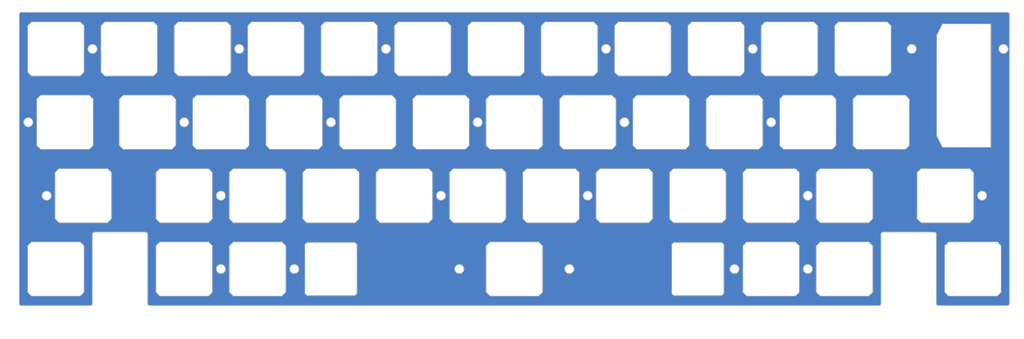
<source format=kicad_pcb>
(kicad_pcb (version 20221018) (generator pcbnew)
  (layers (0 "F.Cu" signal) (31 "B.Cu" signal) (34 "B.Paste" user) (35 "F.Paste" user) (36 "B.SilkS" user "B.Silkscreen") (37 "F.SilkS" user "F.Silkscreen") (38 "B.Mask" user) (39 "F.Mask" user) (44 "Edge.Cuts" user))
  (net 0 "")
  (net 1 "GND")
  (footprint "cipulot_parts:ecs_6U_space_stab" (layer "F.Cu") (at 146.05 91.28125)
    (fp_text reference "REF**")
    (fp_text value "Value " hide)
  )
  (footprint "cipulot_parts:ecs_plate_cut_1U" (layer "F.Cu") (at 26.9875 91.28125)
    (fp_text reference "REF**")
    (fp_text value "Value " hide)
    (fp_line (start -7.3 -6) (end -7.3 6) (stroke (width 0.12)) (layer "Edge.Cuts"))
    (fp_line (start -7.3 6) (end -6.3 7) (stroke (width 0.12)) (layer "Edge.Cuts"))
    (fp_line (start -6.3 -7) (end -7.3 -6) (stroke (width 0.12)) (layer "Edge.Cuts"))
    (fp_line (start -6.3 7) (end 6.3 7) (stroke (width 0.12)) (layer "Edge.Cuts"))
    (fp_line (start 6.3 -7) (end -6.3 -7) (stroke (width 0.12)) (layer "Edge.Cuts"))
    (fp_line (start 6.3 -7) (end 7.3 -6) (stroke (width 0.12)) (layer "Edge.Cuts"))
    (fp_line (start 6.3 7) (end 7.3 6) (stroke (width 0.12)) (layer "Edge.Cuts"))
    (fp_line (start 7.3 6) (end 7.3 -6) (stroke (width 0.12)) (layer "Edge.Cuts"))
  )
  (footprint "cipulot_parts:ecs_plate_cut_1U" (layer "F.Cu") (at 136.525 72.23125)
    (fp_text reference "REF**")
    (fp_text value "Value " hide)
    (fp_line (start -7.3 -6) (end -7.3 6) (stroke (width 0.12)) (layer "Edge.Cuts"))
    (fp_line (start -7.3 6) (end -6.3 7) (stroke (width 0.12)) (layer "Edge.Cuts"))
    (fp_line (start -6.3 -7) (end -7.3 -6) (stroke (width 0.12)) (layer "Edge.Cuts"))
    (fp_line (start -6.3 7) (end 6.3 7) (stroke (width 0.12)) (layer "Edge.Cuts"))
    (fp_line (start 6.3 -7) (end -6.3 -7) (stroke (width 0.12)) (layer "Edge.Cuts"))
    (fp_line (start 6.3 -7) (end 7.3 -6) (stroke (width 0.12)) (layer "Edge.Cuts"))
    (fp_line (start 6.3 7) (end 7.3 6) (stroke (width 0.12)) (layer "Edge.Cuts"))
    (fp_line (start 7.3 6) (end 7.3 -6) (stroke (width 0.12)) (layer "Edge.Cuts"))
  )
  (footprint "cipulot_parts:ecs_plate_cut_1U" (layer "F.Cu") (at 146.05 53.18125)
    (fp_text reference "REF**")
    (fp_text value "Value " hide)
    (fp_line (start -7.3 -6) (end -7.3 6) (stroke (width 0.12)) (layer "Edge.Cuts"))
    (fp_line (start -7.3 6) (end -6.3 7) (stroke (width 0.12)) (layer "Edge.Cuts"))
    (fp_line (start -6.3 -7) (end -7.3 -6) (stroke (width 0.12)) (layer "Edge.Cuts"))
    (fp_line (start -6.3 7) (end 6.3 7) (stroke (width 0.12)) (layer "Edge.Cuts"))
    (fp_line (start 6.3 -7) (end -6.3 -7) (stroke (width 0.12)) (layer "Edge.Cuts"))
    (fp_line (start 6.3 -7) (end 7.3 -6) (stroke (width 0.12)) (layer "Edge.Cuts"))
    (fp_line (start 6.3 7) (end 7.3 6) (stroke (width 0.12)) (layer "Edge.Cuts"))
    (fp_line (start 7.3 6) (end 7.3 -6) (stroke (width 0.12)) (layer "Edge.Cuts"))
  )
  (footprint "cipulot_parts:ecs_plate_cut_1U" (layer "F.Cu") (at 46.0375 34.13125)
    (fp_text reference "REF**")
    (fp_text value "Value " hide)
    (fp_line (start -7.3 -6) (end -7.3 6) (stroke (width 0.12)) (layer "Edge.Cuts"))
    (fp_line (start -7.3 6) (end -6.3 7) (stroke (width 0.12)) (layer "Edge.Cuts"))
    (fp_line (start -6.3 -7) (end -7.3 -6) (stroke (width 0.12)) (layer "Edge.Cuts"))
    (fp_line (start -6.3 7) (end 6.3 7) (stroke (width 0.12)) (layer "Edge.Cuts"))
    (fp_line (start 6.3 -7) (end -6.3 -7) (stroke (width 0.12)) (layer "Edge.Cuts"))
    (fp_line (start 6.3 -7) (end 7.3 -6) (stroke (width 0.12)) (layer "Edge.Cuts"))
    (fp_line (start 6.3 7) (end 7.3 6) (stroke (width 0.12)) (layer "Edge.Cuts"))
    (fp_line (start 7.3 6) (end 7.3 -6) (stroke (width 0.12)) (layer "Edge.Cuts"))
  )
  (footprint "cipulot_parts:ecs_plate_cut_1U" (layer "F.Cu") (at 79.375 72.23125)
    (fp_text reference "REF**")
    (fp_text value "Value " hide)
    (fp_line (start -7.3 -6) (end -7.3 6) (stroke (width 0.12)) (layer "Edge.Cuts"))
    (fp_line (start -7.3 6) (end -6.3 7) (stroke (width 0.12)) (layer "Edge.Cuts"))
    (fp_line (start -6.3 -7) (end -7.3 -6) (stroke (width 0.12)) (layer "Edge.Cuts"))
    (fp_line (start -6.3 7) (end 6.3 7) (stroke (width 0.12)) (layer "Edge.Cuts"))
    (fp_line (start 6.3 -7) (end -6.3 -7) (stroke (width 0.12)) (layer "Edge.Cuts"))
    (fp_line (start 6.3 -7) (end 7.3 -6) (stroke (width 0.12)) (layer "Edge.Cuts"))
    (fp_line (start 6.3 7) (end 7.3 6) (stroke (width 0.12)) (layer "Edge.Cuts"))
    (fp_line (start 7.3 6) (end 7.3 -6) (stroke (width 0.12)) (layer "Edge.Cuts"))
  )
  (footprint "cipulot_parts:ecs_plate_cut_1U" (layer "F.Cu") (at 88.9 53.18125)
    (fp_text reference "REF**")
    (fp_text value "Value " hide)
    (fp_line (start -7.3 -6) (end -7.3 6) (stroke (width 0.12)) (layer "Edge.Cuts"))
    (fp_line (start -7.3 6) (end -6.3 7) (stroke (width 0.12)) (layer "Edge.Cuts"))
    (fp_line (start -6.3 -7) (end -7.3 -6) (stroke (width 0.12)) (layer "Edge.Cuts"))
    (fp_line (start -6.3 7) (end 6.3 7) (stroke (width 0.12)) (layer "Edge.Cuts"))
    (fp_line (start 6.3 -7) (end -6.3 -7) (stroke (width 0.12)) (layer "Edge.Cuts"))
    (fp_line (start 6.3 -7) (end 7.3 -6) (stroke (width 0.12)) (layer "Edge.Cuts"))
    (fp_line (start 6.3 7) (end 7.3 6) (stroke (width 0.12)) (layer "Edge.Cuts"))
    (fp_line (start 7.3 6) (end 7.3 -6) (stroke (width 0.12)) (layer "Edge.Cuts"))
  )
  (footprint "cipulot_parts:ecs_plate_cut_1U" (layer "F.Cu") (at 231.775 91.28125)
    (fp_text reference "REF**")
    (fp_text value "Value " hide)
    (fp_line (start -7.3 -6) (end -7.3 6) (stroke (width 0.12)) (layer "Edge.Cuts"))
    (fp_line (start -7.3 6) (end -6.3 7) (stroke (width 0.12)) (layer "Edge.Cuts"))
    (fp_line (start -6.3 -7) (end -7.3 -6) (stroke (width 0.12)) (layer "Edge.Cuts"))
    (fp_line (start -6.3 7) (end 6.3 7) (stroke (width 0.12)) (layer "Edge.Cuts"))
    (fp_line (start 6.3 -7) (end -6.3 -7) (stroke (width 0.12)) (layer "Edge.Cuts"))
    (fp_line (start 6.3 -7) (end 7.3 -6) (stroke (width 0.12)) (layer "Edge.Cuts"))
    (fp_line (start 6.3 7) (end 7.3 6) (stroke (width 0.12)) (layer "Edge.Cuts"))
    (fp_line (start 7.3 6) (end 7.3 -6) (stroke (width 0.12)) (layer "Edge.Cuts"))
  )
  (footprint "cipulot_parts:ecs_plate_cut_1U" (layer "F.Cu") (at 127 53.18125)
    (fp_text reference "REF**")
    (fp_text value "Value " hide)
    (fp_line (start -7.3 -6) (end -7.3 6) (stroke (width 0.12)) (layer "Edge.Cuts"))
    (fp_line (start -7.3 6) (end -6.3 7) (stroke (width 0.12)) (layer "Edge.Cuts"))
    (fp_line (start -6.3 -7) (end -7.3 -6) (stroke (width 0.12)) (layer "Edge.Cuts"))
    (fp_line (start -6.3 7) (end 6.3 7) (stroke (width 0.12)) (layer "Edge.Cuts"))
    (fp_line (start 6.3 -7) (end -6.3 -7) (stroke (width 0.12)) (layer "Edge.Cuts"))
    (fp_line (start 6.3 -7) (end 7.3 -6) (stroke (width 0.12)) (layer "Edge.Cuts"))
    (fp_line (start 6.3 7) (end 7.3 6) (stroke (width 0.12)) (layer "Edge.Cuts"))
    (fp_line (start 7.3 6) (end 7.3 -6) (stroke (width 0.12)) (layer "Edge.Cuts"))
  )
  (footprint "cipulot_parts:ecs_plate_cut_1U" (layer "F.Cu") (at 198.4375 34.13125)
    (fp_text reference "REF**")
    (fp_text value "Value " hide)
    (fp_line (start -7.3 -6) (end -7.3 6) (stroke (width 0.12)) (layer "Edge.Cuts"))
    (fp_line (start -7.3 6) (end -6.3 7) (stroke (width 0.12)) (layer "Edge.Cuts"))
    (fp_line (start -6.3 -7) (end -7.3 -6) (stroke (width 0.12)) (layer "Edge.Cuts"))
    (fp_line (start -6.3 7) (end 6.3 7) (stroke (width 0.12)) (layer "Edge.Cuts"))
    (fp_line (start 6.3 -7) (end -6.3 -7) (stroke (width 0.12)) (layer "Edge.Cuts"))
    (fp_line (start 6.3 -7) (end 7.3 -6) (stroke (width 0.12)) (layer "Edge.Cuts"))
    (fp_line (start 6.3 7) (end 7.3 6) (stroke (width 0.12)) (layer "Edge.Cuts"))
    (fp_line (start 7.3 6) (end 7.3 -6) (stroke (width 0.12)) (layer "Edge.Cuts"))
  )
  (footprint "cipulot_parts:ecs_plate_cut_1U" (layer "F.Cu") (at 203.2 53.18125)
    (fp_text reference "REF**")
    (fp_text value "Value " hide)
    (fp_line (start -7.3 -6) (end -7.3 6) (stroke (width 0.12)) (layer "Edge.Cuts"))
    (fp_line (start -7.3 6) (end -6.3 7) (stroke (width 0.12)) (layer "Edge.Cuts"))
    (fp_line (start -6.3 -7) (end -7.3 -6) (stroke (width 0.12)) (layer "Edge.Cuts"))
    (fp_line (start -6.3 7) (end 6.3 7) (stroke (width 0.12)) (layer "Edge.Cuts"))
    (fp_line (start 6.3 -7) (end -6.3 -7) (stroke (width 0.12)) (layer "Edge.Cuts"))
    (fp_line (start 6.3 -7) (end 7.3 -6) (stroke (width 0.12)) (layer "Edge.Cuts"))
    (fp_line (start 6.3 7) (end 7.3 6) (stroke (width 0.12)) (layer "Edge.Cuts"))
    (fp_line (start 7.3 6) (end 7.3 -6) (stroke (width 0.12)) (layer "Edge.Cuts"))
  )
  (footprint "cipulot_parts:ecs_plate_cut_1U" (layer "F.Cu") (at 165.1 53.18125)
    (fp_text reference "REF**")
    (fp_text value "Value " hide)
    (fp_line (start -7.3 -6) (end -7.3 6) (stroke (width 0.12)) (layer "Edge.Cuts"))
    (fp_line (start -7.3 6) (end -6.3 7) (stroke (width 0.12)) (layer "Edge.Cuts"))
    (fp_line (start -6.3 -7) (end -7.3 -6) (stroke (width 0.12)) (layer "Edge.Cuts"))
    (fp_line (start -6.3 7) (end 6.3 7) (stroke (width 0.12)) (layer "Edge.Cuts"))
    (fp_line (start 6.3 -7) (end -6.3 -7) (stroke (width 0.12)) (layer "Edge.Cuts"))
    (fp_line (start 6.3 -7) (end 7.3 -6) (stroke (width 0.12)) (layer "Edge.Cuts"))
    (fp_line (start 6.3 7) (end 7.3 6) (stroke (width 0.12)) (layer "Edge.Cuts"))
    (fp_line (start 7.3 6) (end 7.3 -6) (stroke (width 0.12)) (layer "Edge.Cuts"))
  )
  (footprint "cipulot_parts:ecs_plate_cut_1U" (layer "F.Cu") (at 79.375 91.28125)
    (fp_text reference "REF**")
    (fp_text value "Value " hide)
    (fp_line (start -7.3 -6) (end -7.3 6) (stroke (width 0.12)) (layer "Edge.Cuts"))
    (fp_line (start -7.3 6) (end -6.3 7) (stroke (width 0.12)) (layer "Edge.Cuts"))
    (fp_line (start -6.3 -7) (end -7.3 -6) (stroke (width 0.12)) (layer "Edge.Cuts"))
    (fp_line (start -6.3 7) (end 6.3 7) (stroke (width 0.12)) (layer "Edge.Cuts"))
    (fp_line (start 6.3 -7) (end -6.3 -7) (stroke (width 0.12)) (layer "Edge.Cuts"))
    (fp_line (start 6.3 -7) (end 7.3 -6) (stroke (width 0.12)) (layer "Edge.Cuts"))
    (fp_line (start 6.3 7) (end 7.3 6) (stroke (width 0.12)) (layer "Edge.Cuts"))
    (fp_line (start 7.3 6) (end 7.3 -6) (stroke (width 0.12)) (layer "Edge.Cuts"))
  )
  (footprint "cipulot_parts:ecs_plate_cut_1U" (layer "F.Cu") (at 217.4875 34.13125)
    (fp_text reference "REF**")
    (fp_text value "Value " hide)
    (fp_line (start -7.3 -6) (end -7.3 6) (stroke (width 0.12)) (layer "Edge.Cuts"))
    (fp_line (start -7.3 6) (end -6.3 7) (stroke (width 0.12)) (layer "Edge.Cuts"))
    (fp_line (start -6.3 -7) (end -7.3 -6) (stroke (width 0.12)) (layer "Edge.Cuts"))
    (fp_line (start -6.3 7) (end 6.3 7) (stroke (width 0.12)) (layer "Edge.Cuts"))
    (fp_line (start 6.3 -7) (end -6.3 -7) (stroke (width 0.12)) (layer "Edge.Cuts"))
    (fp_line (start 6.3 -7) (end 7.3 -6) (stroke (width 0.12)) (layer "Edge.Cuts"))
    (fp_line (start 6.3 7) (end 7.3 6) (stroke (width 0.12)) (layer "Edge.Cuts"))
    (fp_line (start 7.3 6) (end 7.3 -6) (stroke (width 0.12)) (layer "Edge.Cuts"))
  )
  (footprint "cipulot_parts:ecs_plate_cut_1U" (layer "F.Cu") (at 212.725 91.28125)
    (fp_text reference "REF**")
    (fp_text value "Value " hide)
    (fp_line (start -7.3 -6) (end -7.3 6) (stroke (width 0.12)) (layer "Edge.Cuts"))
    (fp_line (start -7.3 6) (end -6.3 7) (stroke (width 0.12)) (layer "Edge.Cuts"))
    (fp_line (start -6.3 -7) (end -7.3 -6) (stroke (width 0.12)) (layer "Edge.Cuts"))
    (fp_line (start -6.3 7) (end 6.3 7) (stroke (width 0.12)) (layer "Edge.Cuts"))
    (fp_line (start 6.3 -7) (end -6.3 -7) (stroke (width 0.12)) (layer "Edge.Cuts"))
    (fp_line (start 6.3 -7) (end 7.3 -6) (stroke (width 0.12)) (layer "Edge.Cuts"))
    (fp_line (start 6.3 7) (end 7.3 6) (stroke (width 0.12)) (layer "Edge.Cuts"))
    (fp_line (start 7.3 6) (end 7.3 -6) (stroke (width 0.12)) (layer "Edge.Cuts"))
  )
  (footprint "cipulot_parts:ecs_plate_cut_1U" (layer "F.Cu") (at 117.475 72.23125)
    (fp_text reference "REF**")
    (fp_text value "Value " hide)
    (fp_line (start -7.3 -6) (end -7.3 6) (stroke (width 0.12)) (layer "Edge.Cuts"))
    (fp_line (start -7.3 6) (end -6.3 7) (stroke (width 0.12)) (layer "Edge.Cuts"))
    (fp_line (start -6.3 -7) (end -7.3 -6) (stroke (width 0.12)) (layer "Edge.Cuts"))
    (fp_line (start -6.3 7) (end 6.3 7) (stroke (width 0.12)) (layer "Edge.Cuts"))
    (fp_line (start 6.3 -7) (end -6.3 -7) (stroke (width 0.12)) (layer "Edge.Cuts"))
    (fp_line (start 6.3 -7) (end 7.3 -6) (stroke (width 0.12)) (layer "Edge.Cuts"))
    (fp_line (start 6.3 7) (end 7.3 6) (stroke (width 0.12)) (layer "Edge.Cuts"))
    (fp_line (start 7.3 6) (end 7.3 -6) (stroke (width 0.12)) (layer "Edge.Cuts"))
  )
  (footprint "cipulot_parts:ecs_plate_cut_1U" (layer "F.Cu") (at 84.137501 34.13125)
    (fp_text reference "REF**")
    (fp_text value "Value " hide)
    (fp_line (start -7.3 -6) (end -7.3 6) (stroke (width 0.12)) (layer "Edge.Cuts"))
    (fp_line (start -7.3 6) (end -6.3 7) (stroke (width 0.12)) (layer "Edge.Cuts"))
    (fp_line (start -6.3 -7) (end -7.3 -6) (stroke (width 0.12)) (layer "Edge.Cuts"))
    (fp_line (start -6.3 7) (end 6.3 7) (stroke (width 0.12)) (layer "Edge.Cuts"))
    (fp_line (start 6.3 -7) (end -6.3 -7) (stroke (width 0.12)) (layer "Edge.Cuts"))
    (fp_line (start 6.3 -7) (end 7.3 -6) (stroke (width 0.12)) (layer "Edge.Cuts"))
    (fp_line (start 6.3 7) (end 7.3 6) (stroke (width 0.12)) (layer "Edge.Cuts"))
    (fp_line (start 7.3 6) (end 7.3 -6) (stroke (width 0.12)) (layer "Edge.Cuts"))
  )
  (footprint "cipulot_parts:ecs_plate_cut_1U" (layer "F.Cu") (at 34.13125 72.23125)
    (fp_text reference "REF**")
    (fp_text value "Value " hide)
    (fp_line (start -7.3 -6) (end -7.3 6) (stroke (width 0.12)) (layer "Edge.Cuts"))
    (fp_line (start -7.3 6) (end -6.3 7) (stroke (width 0.12)) (layer "Edge.Cuts"))
    (fp_line (start -6.3 -7) (end -7.3 -6) (stroke (width 0.12)) (layer "Edge.Cuts"))
    (fp_line (start -6.3 7) (end 6.3 7) (stroke (width 0.12)) (layer "Edge.Cuts"))
    (fp_line (start 6.3 -7) (end -6.3 -7) (stroke (width 0.12)) (layer "Edge.Cuts"))
    (fp_line (start 6.3 -7) (end 7.3 -6) (stroke (width 0.12)) (layer "Edge.Cuts"))
    (fp_line (start 6.3 7) (end 7.3 6) (stroke (width 0.12)) (layer "Edge.Cuts"))
    (fp_line (start 7.3 6) (end 7.3 -6) (stroke (width 0.12)) (layer "Edge.Cuts"))
  )
  (footprint "cipulot_parts:ecs_plate_cut_1U" (layer "F.Cu") (at 155.575 72.23125)
    (fp_text reference "REF**")
    (fp_text value "Value " hide)
    (fp_line (start -7.3 -6) (end -7.3 6) (stroke (width 0.12)) (layer "Edge.Cuts"))
    (fp_line (start -7.3 6) (end -6.3 7) (stroke (width 0.12)) (layer "Edge.Cuts"))
    (fp_line (start -6.3 -7) (end -7.3 -6) (stroke (width 0.12)) (layer "Edge.Cuts"))
    (fp_line (start -6.3 7) (end 6.3 7) (stroke (width 0.12)) (layer "Edge.Cuts"))
    (fp_line (start 6.3 -7) (end -6.3 -7) (stroke (width 0.12)) (layer "Edge.Cuts"))
    (fp_line (start 6.3 -7) (end 7.3 -6) (stroke (width 0.12)) (layer "Edge.Cuts"))
    (fp_line (start 6.3 7) (end 7.3 6) (stroke (width 0.12)) (layer "Edge.Cuts"))
    (fp_line (start 7.3 6) (end 7.3 -6) (stroke (width 0.12)) (layer "Edge.Cuts"))
  )
  (footprint "cipulot_parts:ecs_plate_cut_1U" (layer "F.Cu") (at 60.325 72.23125)
    (fp_text reference "REF**")
    (fp_text value "Value " hide)
    (fp_line (start -7.3 -6) (end -7.3 6) (stroke (width 0.12)) (layer "Edge.Cuts"))
    (fp_line (start -7.3 6) (end -6.3 7) (stroke (width 0.12)) (layer "Edge.Cuts"))
    (fp_line (start -6.3 -7) (end -7.3 -6) (stroke (width 0.12)) (layer "Edge.Cuts"))
    (fp_line (start -6.3 7) (end 6.3 7) (stroke (width 0.12)) (layer "Edge.Cuts"))
    (fp_line (start 6.3 -7) (end -6.3 -7) (stroke (width 0.12)) (layer "Edge.Cuts"))
    (fp_line (start 6.3 -7) (end 7.3 -6) (stroke (width 0.12)) (layer "Edge.Cuts"))
    (fp_line (start 6.3 7) (end 7.3 6) (stroke (width 0.12)) (layer "Edge.Cuts"))
    (fp_line (start 7.3 6) (end 7.3 -6) (stroke (width 0.12)) (layer "Edge.Cuts"))
  )
  (footprint "cipulot_parts:ecs_plate_cut_1U" (layer "F.Cu") (at 50.8 53.18125)
    (fp_text reference "REF**")
    (fp_text value "Value " hide)
    (fp_line (start -7.3 -6) (end -7.3 6) (stroke (width 0.12)) (layer "Edge.Cuts"))
    (fp_line (start -7.3 6) (end -6.3 7) (stroke (width 0.12)) (layer "Edge.Cuts"))
    (fp_line (start -6.3 -7) (end -7.3 -6) (stroke (width 0.12)) (layer "Edge.Cuts"))
    (fp_line (start -6.3 7) (end 6.3 7) (stroke (width 0.12)) (layer "Edge.Cuts"))
    (fp_line (start 6.3 -7) (end -6.3 -7) (stroke (width 0.12)) (layer "Edge.Cuts"))
    (fp_line (start 6.3 -7) (end 7.3 -6) (stroke (width 0.12)) (layer "Edge.Cuts"))
    (fp_line (start 6.3 7) (end 7.3 6) (stroke (width 0.12)) (layer "Edge.Cuts"))
    (fp_line (start 7.3 6) (end 7.3 -6) (stroke (width 0.12)) (layer "Edge.Cuts"))
  )
  (footprint "cipulot_parts:ecs_plate_cut_1U" (layer "F.Cu") (at 107.95 53.18125)
    (fp_text reference "REF**")
    (fp_text value "Value " hide)
    (fp_line (start -7.3 -6) (end -7.3 6) (stroke (width 0.12)) (layer "Edge.Cuts"))
    (fp_line (start -7.3 6) (end -6.3 7) (stroke (width 0.12)) (layer "Edge.Cuts"))
    (fp_line (start -6.3 -7) (end -7.3 -6) (stroke (width 0.12)) (layer "Edge.Cuts"))
    (fp_line (start -6.3 7) (end 6.3 7) (stroke (width 0.12)) (layer "Edge.Cuts"))
    (fp_line (start 6.3 -7) (end -6.3 -7) (stroke (width 0.12)) (layer "Edge.Cuts"))
    (fp_line (start 6.3 -7) (end 7.3 -6) (stroke (width 0.12)) (layer "Edge.Cuts"))
    (fp_line (start 6.3 7) (end 7.3 6) (stroke (width 0.12)) (layer "Edge.Cuts"))
    (fp_line (start 7.3 6) (end 7.3 -6) (stroke (width 0.12)) (layer "Edge.Cuts"))
  )
  (footprint "cipulot_parts:ecs_plate_cut_1U" (layer "F.Cu") (at 65.0875 34.13125)
    (fp_text reference "REF**")
    (fp_text value "Value " hide)
    (fp_line (start -7.3 -6) (end -7.3 6) (stroke (width 0.12)) (layer "Edge.Cuts"))
    (fp_line (start -7.3 6) (end -6.3 7) (stroke (width 0.12)) (layer "Edge.Cuts"))
    (fp_line (start -6.3 -7) (end -7.3 -6) (stroke (width 0.12)) (layer "Edge.Cuts"))
    (fp_line (start -6.3 7) (end 6.3 7) (stroke (width 0.12)) (layer "Edge.Cuts"))
    (fp_line (start 6.3 -7) (end -6.3 -7) (stroke (width 0.12)) (layer "Edge.Cuts"))
    (fp_line (start 6.3 -7) (end 7.3 -6) (stroke (width 0.12)) (layer "Edge.Cuts"))
    (fp_line (start 6.3 7) (end 7.3 6) (stroke (width 0.12)) (layer "Edge.Cuts"))
    (fp_line (start 7.3 6) (end 7.3 -6) (stroke (width 0.12)) (layer "Edge.Cuts"))
  )
  (footprint "cipulot_parts:ecs_plate_cut_1U" (layer "F.Cu") (at 141.2875 34.13125)
    (fp_text reference "REF**")
    (fp_text value "Value " hide)
    (fp_line (start -7.3 -6) (end -7.3 6) (stroke (width 0.12)) (layer "Edge.Cuts"))
    (fp_line (start -7.3 6) (end -6.3 7) (stroke (width 0.12)) (layer "Edge.Cuts"))
    (fp_line (start -6.3 -7) (end -7.3 -6) (stroke (width 0.12)) (layer "Edge.Cuts"))
    (fp_line (start -6.3 7) (end 6.3 7) (stroke (width 0.12)) (layer "Edge.Cuts"))
    (fp_line (start 6.3 -7) (end -6.3 -7) (stroke (width 0.12)) (layer "Edge.Cuts"))
    (fp_line (start 6.3 -7) (end 7.3 -6) (stroke (width 0.12)) (layer "Edge.Cuts"))
    (fp_line (start 6.3 7) (end 7.3 6) (stroke (width 0.12)) (layer "Edge.Cuts"))
    (fp_line (start 7.3 6) (end 7.3 -6) (stroke (width 0.12)) (layer "Edge.Cuts"))
  )
  (footprint "cipulot_parts:ecs_plate_cut_1U" (layer "F.Cu") (at 29.36875 53.18125)
    (fp_text reference "REF**")
    (fp_text value "Value " hide)
    (fp_line (start -7.3 -6) (end -7.3 6) (stroke (width 0.12)) (layer "Edge.Cuts"))
    (fp_line (start -7.3 6) (end -6.3 7) (stroke (width 0.12)) (layer "Edge.Cuts"))
    (fp_line (start -6.3 -7) (end -7.3 -6) (stroke (width 0.12)) (layer "Edge.Cuts"))
    (fp_line (start -6.3 7) (end 6.3 7) (stroke (width 0.12)) (layer "Edge.Cuts"))
    (fp_line (start 6.3 -7) (end -6.3 -7) (stroke (width 0.12)) (layer "Edge.Cuts"))
    (fp_line (start 6.3 -7) (end 7.3 -6) (stroke (width 0.12)) (layer "Edge.Cuts"))
    (fp_line (start 6.3 7) (end 7.3 6) (stroke (width 0.12)) (layer "Edge.Cuts"))
    (fp_line (start 7.3 6) (end 7.3 -6) (stroke (width 0.12)) (layer "Edge.Cuts"))
  )
  (footprint "cipulot_parts:ecs_plate_cut_1U" (layer "F.Cu") (at 160.3375 34.13125)
    (fp_text reference "REF**")
    (fp_text value "Value " hide)
    (fp_line (start -7.3 -6) (end -7.3 6) (stroke (width 0.12)) (layer "Edge.Cuts"))
    (fp_line (start -7.3 6) (end -6.3 7) (stroke (width 0.12)) (layer "Edge.Cuts"))
    (fp_line (start -6.3 -7) (end -7.3 -6) (stroke (width 0.12)) (layer "Edge.Cuts"))
    (fp_line (start -6.3 7) (end 6.3 7) (stroke (width 0.12)) (layer "Edge.Cuts"))
    (fp_line (start 6.3 -7) (end -6.3 -7) (stroke (width 0.12)) (layer "Edge.Cuts"))
    (fp_line (start 6.3 -7) (end 7.3 -6) (stroke (width 0.12)) (layer "Edge.Cuts"))
    (fp_line (start 6.3 7) (end 7.3 6) (stroke (width 0.12)) (layer "Edge.Cuts"))
    (fp_line (start 7.3 6) (end 7.3 -6) (stroke (width 0.12)) (layer "Edge.Cuts"))
  )
  (footprint "cipulot_parts:ecs_plate_cut_1U" (layer "F.Cu") (at 122.2375 34.13125)
    (fp_text reference "REF**")
    (fp_text value "Value " hide)
    (fp_line (start -7.3 -6) (end -7.3 6) (stroke (width 0.12)) (layer "Edge.Cuts"))
    (fp_line (start -7.3 6) (end -6.3 7) (stroke (width 0.12)) (layer "Edge.Cuts"))
    (fp_line (start -6.3 -7) (end -7.3 -6) (stroke (width 0.12)) (layer "Edge.Cuts"))
    (fp_line (start -6.3 7) (end 6.3 7) (stroke (width 0.12)) (layer "Edge.Cuts"))
    (fp_line (start 6.3 -7) (end -6.3 -7) (stroke (width 0.12)) (layer "Edge.Cuts"))
    (fp_line (start 6.3 -7) (end 7.3 -6) (stroke (width 0.12)) (layer "Edge.Cuts"))
    (fp_line (start 6.3 7) (end 7.3 6) (stroke (width 0.12)) (layer "Edge.Cuts"))
    (fp_line (start 7.3 6) (end 7.3 -6) (stroke (width 0.12)) (layer "Edge.Cuts"))
  )
  (footprint "cipulot_parts:ecs_plate_cut_1U" (layer "F.Cu") (at 212.725 72.23125)
    (fp_text reference "REF**")
    (fp_text value "Value " hide)
    (fp_line (start -7.3 -6) (end -7.3 6) (stroke (width 0.12)) (layer "Edge.Cuts"))
    (fp_line (start -7.3 6) (end -6.3 7) (stroke (width 0.12)) (layer "Edge.Cuts"))
    (fp_line (start -6.3 -7) (end -7.3 -6) (stroke (width 0.12)) (layer "Edge.Cuts"))
    (fp_line (start -6.3 7) (end 6.3 7) (stroke (width 0.12)) (layer "Edge.Cuts"))
    (fp_line (start 6.3 -7) (end -6.3 -7) (stroke (width 0.12)) (layer "Edge.Cuts"))
    (fp_line (start 6.3 -7) (end 7.3 -6) (stroke (width 0.12)) (layer "Edge.Cuts"))
    (fp_line (start 6.3 7) (end 7.3 6) (stroke (width 0.12)) (layer "Edge.Cuts"))
    (fp_line (start 7.3 6) (end 7.3 -6) (stroke (width 0.12)) (layer "Edge.Cuts"))
  )
  (footprint "cipulot_parts:ecs_plate_cut_1U" (layer "F.Cu") (at 257.96875 72.23125)
    (fp_text reference "REF**")
    (fp_text value "Value " hide)
    (fp_line (start -7.3 -6) (end -7.3 6) (stroke (width 0.12)) (layer "Edge.Cuts"))
    (fp_line (start -7.3 6) (end -6.3 7) (stroke (width 0.12)) (layer "Edge.Cuts"))
    (fp_line (start -6.3 -7) (end -7.3 -6) (stroke (width 0.12)) (layer "Edge.Cuts"))
    (fp_line (start -6.3 7) (end 6.3 7) (stroke (width 0.12)) (layer "Edge.Cuts"))
    (fp_line (start 6.3 -7) (end -6.3 -7) (stroke (width 0.12)) (layer "Edge.Cuts"))
    (fp_line (start 6.3 -7) (end 7.3 -6) (stroke (width 0.12)) (layer "Edge.Cuts"))
    (fp_line (start 6.3 7) (end 7.3 6) (stroke (width 0.12)) (layer "Edge.Cuts"))
    (fp_line (start 7.3 6) (end 7.3 -6) (stroke (width 0.12)) (layer "Edge.Cuts"))
  )
  (footprint "cipulot_parts:ecs_plate_cut_1U" (layer "F.Cu") (at 69.85 53.18125)
    (fp_text reference "REF**")
    (fp_text value "Value " hide)
    (fp_line (start -7.3 -6) (end -7.3 6) (stroke (width 0.12)) (layer "Edge.Cuts"))
    (fp_line (start -7.3 6) (end -6.3 7) (stroke (width 0.12)) (layer "Edge.Cuts"))
    (fp_line (start -6.3 -7) (end -7.3 -6) (stroke (width 0.12)) (layer "Edge.Cuts"))
    (fp_line (start -6.3 7) (end 6.3 7) (stroke (width 0.12)) (layer "Edge.Cuts"))
    (fp_line (start 6.3 -7) (end -6.3 -7) (stroke (width 0.12)) (layer "Edge.Cuts"))
    (fp_line (start 6.3 -7) (end 7.3 -6) (stroke (width 0.12)) (layer "Edge.Cuts"))
    (fp_line (start 6.3 7) (end 7.3 6) (stroke (width 0.12)) (layer "Edge.Cuts"))
    (fp_line (start 7.3 6) (end 7.3 -6) (stroke (width 0.12)) (layer "Edge.Cuts"))
  )
  (footprint "cipulot_parts:ecs_plate_cut_1U" (layer "F.Cu") (at 231.775 72.23125)
    (fp_text reference "REF**")
    (fp_text value "Value " hide)
    (fp_line (start -7.3 -6) (end -7.3 6) (stroke (width 0.12)) (layer "Edge.Cuts"))
    (fp_line (start -7.3 6) (end -6.3 7) (stroke (width 0.12)) (layer "Edge.Cuts"))
    (fp_line (start -6.3 -7) (end -7.3 -6) (stroke (width 0.12)) (layer "Edge.Cuts"))
    (fp_line (start -6.3 7) (end 6.3 7) (stroke (width 0.12)) (layer "Edge.Cuts"))
    (fp_line (start 6.3 -7) (end -6.3 -7) (stroke (width 0.12)) (layer "Edge.Cuts"))
    (fp_line (start 6.3 -7) (end 7.3 -6) (stroke (width 0.12)) (layer "Edge.Cuts"))
    (fp_line (start 6.3 7) (end 7.3 6) (stroke (width 0.12)) (layer "Edge.Cuts"))
    (fp_line (start 7.3 6) (end 7.3 -6) (stroke (width 0.12)) (layer "Edge.Cuts"))
  )
  (footprint "cipulot_parts:ecs_plate_cut_1U" (layer "F.Cu") (at 146.05 91.28125)
    (fp_text reference "REF**")
    (fp_text value "Value " hide)
    (fp_line (start -7.3 -6) (end -7.3 6) (stroke (width 0.12)) (layer "Edge.Cuts"))
    (fp_line (start -7.3 6) (end -6.3 7) (stroke (width 0.12)) (layer "Edge.Cuts"))
    (fp_line (start -6.3 -7) (end -7.3 -6) (stroke (width 0.12)) (layer "Edge.Cuts"))
    (fp_line (start -6.3 7) (end 6.3 7) (stroke (width 0.12)) (layer "Edge.Cuts"))
    (fp_line (start 6.3 -7) (end -6.3 -7) (stroke (width 0.12)) (layer "Edge.Cuts"))
    (fp_line (start 6.3 -7) (end 7.3 -6) (stroke (width 0.12)) (layer "Edge.Cuts"))
    (fp_line (start 6.3 7) (end 7.3 6) (stroke (width 0.12)) (layer "Edge.Cuts"))
    (fp_line (start 7.3 6) (end 7.3 -6) (stroke (width 0.12)) (layer "Edge.Cuts"))
  )
  (footprint "cipulot_parts:ecs_plate_cut_1U" (layer "F.Cu") (at 174.625 72.23125)
    (fp_text reference "REF**")
    (fp_text value "Value " hide)
    (fp_line (start -7.3 -6) (end -7.3 6) (stroke (width 0.12)) (layer "Edge.Cuts"))
    (fp_line (start -7.3 6) (end -6.3 7) (stroke (width 0.12)) (layer "Edge.Cuts"))
    (fp_line (start -6.3 -7) (end -7.3 -6) (stroke (width 0.12)) (layer "Edge.Cuts"))
    (fp_line (start -6.3 7) (end 6.3 7) (stroke (width 0.12)) (layer "Edge.Cuts"))
    (fp_line (start 6.3 -7) (end -6.3 -7) (stroke (width 0.12)) (layer "Edge.Cuts"))
    (fp_line (start 6.3 -7) (end 7.3 -6) (stroke (width 0.12)) (layer "Edge.Cuts"))
    (fp_line (start 6.3 7) (end 7.3 6) (stroke (width 0.12)) (layer "Edge.Cuts"))
    (fp_line (start 7.3 6) (end 7.3 -6) (stroke (width 0.12)) (layer "Edge.Cuts"))
  )
  (footprint "cipulot_parts:ecs_plate_cut_1U" (layer "F.Cu") (at 98.425 72.23125)
    (fp_text reference "REF**")
    (fp_text value "Value " hide)
    (fp_line (start -7.3 -6) (end -7.3 6) (stroke (width 0.12)) (layer "Edge.Cuts"))
    (fp_line (start -7.3 6) (end -6.3 7) (stroke (width 0.12)) (layer "Edge.Cuts"))
    (fp_line (start -6.3 -7) (end -7.3 -6) (stroke (width 0.12)) (layer "Edge.Cuts"))
    (fp_line (start -6.3 7) (end 6.3 7) (stroke (width 0.12)) (layer "Edge.Cuts"))
    (fp_line (start 6.3 -7) (end -6.3 -7) (stroke (width 0.12)) (layer "Edge.Cuts"))
    (fp_line (start 6.3 -7) (end 7.3 -6) (stroke (width 0.12)) (layer "Edge.Cuts"))
    (fp_line (start 6.3 7) (end 7.3 6) (stroke (width 0.12)) (layer "Edge.Cuts"))
    (fp_line (start 7.3 6) (end 7.3 -6) (stroke (width 0.12)) (layer "Edge.Cuts"))
  )
  (footprint "cipulot_parts:ecs_plate_cut_1U" (layer "F.Cu") (at 222.25 53.18125)
    (fp_text reference "REF**")
    (fp_text value "Value " hide)
    (fp_line (start -7.3 -6) (end -7.3 6) (stroke (width 0.12)) (layer "Edge.Cuts"))
    (fp_line (start -7.3 6) (end -6.3 7) (stroke (width 0.12)) (layer "Edge.Cuts"))
    (fp_line (start -6.3 -7) (end -7.3 -6) (stroke (width 0.12)) (layer "Edge.Cuts"))
    (fp_line (start -6.3 7) (end 6.3 7) (stroke (width 0.12)) (layer "Edge.Cuts"))
    (fp_line (start 6.3 -7) (end -6.3 -7) (stroke (width 0.12)) (layer "Edge.Cuts"))
    (fp_line (start 6.3 -7) (end 7.3 -6) (stroke (width 0.12)) (layer "Edge.Cuts"))
    (fp_line (start 6.3 7) (end 7.3 6) (stroke (width 0.12)) (layer "Edge.Cuts"))
    (fp_line (start 7.3 6) (end 7.3 -6) (stroke (width 0.12)) (layer "Edge.Cuts"))
  )
  (footprint "cipulot_parts:ecs_plate_cut_1U" (layer "F.Cu") (at 236.5375 34.13125)
    (fp_text reference "REF**")
    (fp_text value "Value " hide)
    (fp_line (start -7.3 -6) (end -7.3 6) (stroke (width 0.12)) (layer "Edge.Cuts"))
    (fp_line (start -7.3 6) (end -6.3 7) (stroke (width 0.12)) (layer "Edge.Cuts"))
    (fp_line (start -6.3 -7) (end -7.3 -6) (stroke (width 0.12)) (layer "Edge.Cuts"))
    (fp_line (start -6.3 7) (end 6.3 7) (stroke (width 0.12)) (layer "Edge.Cuts"))
    (fp_line (start 6.3 -7) (end -6.3 -7) (stroke (width 0.12)) (layer "Edge.Cuts"))
    (fp_line (start 6.3 -7) (end 7.3 -6) (stroke (width 0.12)) (layer "Edge.Cuts"))
    (fp_line (start 6.3 7) (end 7.3 6) (stroke (width 0.12)) (layer "Edge.Cuts"))
    (fp_line (start 7.3 6) (end 7.3 -6) (stroke (width 0.12)) (layer "Edge.Cuts"))
  )
  (footprint "cipulot_parts:ecs_plate_cut_1U" (layer "F.Cu") (at 193.675 72.23125)
    (fp_text reference "REF**")
    (fp_text value "Value " hide)
    (fp_line (start -7.3 -6) (end -7.3 6) (stroke (width 0.12)) (layer "Edge.Cuts"))
    (fp_line (start -7.3 6) (end -6.3 7) (stroke (width 0.12)) (layer "Edge.Cuts"))
    (fp_line (start -6.3 -7) (end -7.3 -6) (stroke (width 0.12)) (layer "Edge.Cuts"))
    (fp_line (start -6.3 7) (end 6.3 7) (stroke (width 0.12)) (layer "Edge.Cuts"))
    (fp_line (start 6.3 -7) (end -6.3 -7) (stroke (width 0.12)) (layer "Edge.Cuts"))
    (fp_line (start 6.3 -7) (end 7.3 -6) (stroke (width 0.12)) (layer "Edge.Cuts"))
    (fp_line (start 6.3 7) (end 7.3 6) (stroke (width 0.12)) (layer "Edge.Cuts"))
    (fp_line (start 7.3 6) (end 7.3 -6) (stroke (width 0.12)) (layer "Edge.Cuts"))
  )
  (footprint "cipulot_parts:ecs_plate_cut_1U" (layer "F.Cu") (at 60.325 91.28125)
    (fp_text reference "REF**")
    (fp_text value "Value " hide)
    (fp_line (start -7.3 -6) (end -7.3 6) (stroke (width 0.12)) (layer "Edge.Cuts"))
    (fp_line (start -7.3 6) (end -6.3 7) (stroke (width 0.12)) (layer "Edge.Cuts"))
    (fp_line (start -6.3 -7) (end -7.3 -6) (stroke (width 0.12)) (layer "Edge.Cuts"))
    (fp_line (start -6.3 7) (end 6.3 7) (stroke (width 0.12)) (layer "Edge.Cuts"))
    (fp_line (start 6.3 -7) (end -6.3 -7) (stroke (width 0.12)) (layer "Edge.Cuts"))
    (fp_line (start 6.3 -7) (end 7.3 -6) (stroke (width 0.12)) (layer "Edge.Cuts"))
    (fp_line (start 6.3 7) (end 7.3 6) (stroke (width 0.12)) (layer "Edge.Cuts"))
    (fp_line (start 7.3 6) (end 7.3 -6) (stroke (width 0.12)) (layer "Edge.Cuts"))
  )
  (footprint "cipulot_parts:ecs_plate_cut_6U_space_stab" (layer "F.Cu") (at 146.05 91.28125)
    (fp_text reference "REF**")
    (fp_text value "Value " hide)
    (fp_line (start -54.3626 -6.3635) (end -54.3626 6.3635) (stroke (width 0.12)) (layer "Edge.Cuts"))
    (fp_line (start -54.3626 6.3635) (end -53.8556 6.8705) (stroke (width 0.12)) (layer "Edge.Cuts"))
    (fp_line (start -53.8556 -6.8705) (end -54.3626 -6.3635) (stroke (width 0.12)) (layer "Edge.Cuts"))
    (fp_line (start -53.8556 6.8705) (end -41.4076 6.8705) (stroke (width 0.12)) (layer "Edge.Cuts"))
    (fp_line (start -41.4076 -6.8705) (end -53.8556 -6.8705) (stroke (width 0.12)) (layer "Edge.Cuts"))
    (fp_line (start -41.4076 6.8705) (end -40.9006 6.3635) (stroke (width 0.12)) (layer "Edge.Cuts"))
    (fp_line (start -40.9006 -6.3635) (end -41.4076 -6.8705) (stroke (width 0.12)) (layer "Edge.Cuts"))
    (fp_line (start -40.9006 6.3635) (end -40.9006 -6.3635) (stroke (width 0.12)) (layer "Edge.Cuts"))
    (fp_line (start 40.894 -6.3635) (end 40.894 6.3635) (stroke (width 0.12)) (layer "Edge.Cuts"))
    (fp_line (start 40.894 -6.3635) (end 41.394 -6.8705) (stroke (width 0.12)) (layer "Edge.Cuts"))
    (fp_line (start 40.894 6.3635) (end 41.401 6.8705) (stroke (width 0.12)) (layer "Edge.Cuts"))
    (fp_line (start 41.394 -6.8705) (end 53.856 -6.8705) (stroke (width 0.12)) (layer "Edge.Cuts"))
    (fp_line (start 41.401 6.8705) (end 53.849 6.8705) (stroke (width 0.12)) (layer "Edge.Cuts"))
    (fp_line (start 53.849 6.8705) (end 54.356 6.3635) (stroke (width 0.12)) (layer "Edge.Cuts"))
    (fp_line (start 53.856 -6.8705) (end 54.356 -6.3635) (stroke (width 0.12)) (layer "Edge.Cuts"))
    (fp_line (start 54.356 6.3635) (end 54.356 -6.3635) (stroke (width 0.12)) (layer "Edge.Cuts"))
  )
  (footprint "cipulot_parts:ecs_plate_cut_1U" (layer "F.Cu") (at 103.1875 34.13125)
    (fp_text reference "REF**")
    (fp_text value "Value " hide)
    (fp_line (start -7.3 -6) (end -7.3 6) (stroke (width 0.12)) (layer "Edge.Cuts"))
    (fp_line (start -7.3 6) (end -6.3 7) (stroke (width 0.12)) (layer "Edge.Cuts"))
    (fp_line (start -6.3 -7) (end -7.3 -6) (stroke (width 0.12)) (layer "Edge.Cuts"))
    (fp_line (start -6.3 7) (end 6.3 7) (stroke (width 0.12)) (layer "Edge.Cuts"))
    (fp_line (start 6.3 -7) (end -6.3 -7) (stroke (width 0.12)) (layer "Edge.Cuts"))
    (fp_line (start 6.3 -7) (end 7.3 -6) (stroke (width 0.12)) (layer "Edge.Cuts"))
    (fp_line (start 6.3 7) (end 7.3 6) (stroke (width 0.12)) (layer "Edge.Cuts"))
    (fp_line (start 7.3 6) (end 7.3 -6) (stroke (width 0.12)) (layer "Edge.Cuts"))
  )
  (footprint "cipulot_parts:ecs_plate_cut_1U" (layer "F.Cu") (at 184.15 53.18125)
    (fp_text reference "REF**")
    (fp_text value "Value " hide)
    (fp_line (start -7.3 -6) (end -7.3 6) (stroke (width 0.12)) (layer "Edge.Cuts"))
    (fp_line (start -7.3 6) (end -6.3 7) (stroke (width 0.12)) (layer "Edge.Cuts"))
    (fp_line (start -6.3 -7) (end -7.3 -6) (stroke (width 0.12)) (layer "Edge.Cuts"))
    (fp_line (start -6.3 7) (end 6.3 7) (stroke (width 0.12)) (layer "Edge.Cuts"))
    (fp_line (start 6.3 -7) (end -6.3 -7) (stroke (width 0.12)) (layer "Edge.Cuts"))
    (fp_line (start 6.3 -7) (end 7.3 -6) (stroke (width 0.12)) (layer "Edge.Cuts"))
    (fp_line (start 6.3 7) (end 7.3 6) (stroke (width 0.12)) (layer "Edge.Cuts"))
    (fp_line (start 7.3 6) (end 7.3 -6) (stroke (width 0.12)) (layer "Edge.Cuts"))
  )
  (footprint "cipulot_parts:ecs_plate_cut_1U" (layer "F.Cu") (at 179.3875 34.13125)
    (fp_text reference "REF**")
    (fp_text value "Value " hide)
    (fp_line (start -7.3 -6) (end -7.3 6) (stroke (width 0.12)) (layer "Edge.Cuts"))
    (fp_line (start -7.3 6) (end -6.3 7) (stroke (width 0.12)) (layer "Edge.Cuts"))
    (fp_line (start -6.3 -7) (end -7.3 -6) (stroke (width 0.12)) (layer "Edge.Cuts"))
    (fp_line (start -6.3 7) (end 6.3 7) (stroke (width 0.12)) (layer "Edge.Cuts"))
    (fp_line (start 6.3 -7) (end -6.3 -7) (stroke (width 0.12)) (layer "Edge.Cuts"))
    (fp_line (start 6.3 -7) (end 7.3 -6) (stroke (width 0.12)) (layer "Edge.Cuts"))
    (fp_line (start 6.3 7) (end 7.3 6) (stroke (width 0.12)) (layer "Edge.Cuts"))
    (fp_line (start 7.3 6) (end 7.3 -6) (stroke (width 0.12)) (layer "Edge.Cuts"))
  )
  (footprint "cipulot_parts:ecs_plate_cut_1U" (layer "F.Cu") (at 265.1125 91.28125)
    (fp_text reference "REF**")
    (fp_text value "Value " hide)
    (fp_line (start -7.3 -6) (end -7.3 6) (stroke (width 0.12)) (layer "Edge.Cuts"))
    (fp_line (start -7.3 6) (end -6.3 7) (stroke (width 0.12)) (layer "Edge.Cuts"))
    (fp_line (start -6.3 -7) (end -7.3 -6) (stroke (width 0.12)) (layer "Edge.Cuts"))
    (fp_line (start -6.3 7) (end 6.3 7) (stroke (width 0.12)) (layer "Edge.Cuts"))
    (fp_line (start 6.3 -7) (end -6.3 -7) (stroke (width 0.12)) (layer "Edge.Cuts"))
    (fp_line (start 6.3 -7) (end 7.3 -6) (stroke (width 0.12)) (layer "Edge.Cuts"))
    (fp_line (start 6.3 7) (end 7.3 6) (stroke (width 0.12)) (layer "Edge.Cuts"))
    (fp_line (start 7.3 6) (end 7.3 -6) (stroke (width 0.12)) (layer "Edge.Cuts"))
  )
  (footprint "cipulot_parts:ecs_plate_cut_2U" (layer "F.Cu") (at 262.73125 43.65625 -90)
    (fp_text reference "REF**")
    (fp_text value "Value " hide)
    (fp_line (start -16 -7) (end 16 -7) (stroke (width 0.12)) (layer "Edge.Cuts"))
    (fp_line (start -16 0) (end -16 -7) (stroke (width 0.12)) (layer "Edge.Cuts"))
    (fp_line (start -16 0) (end -16 5.5) (stroke (width 0.12)) (layer "Edge.Cuts"))
    (fp_line (start -16 5.5) (end -13 7) (stroke (width 0.12)) (layer "Edge.Cuts"))
    (fp_line (start 13 7) (end -13 7) (stroke (width 0.12)) (layer "Edge.Cuts"))
    (fp_line (start 16 -7) (end 16 0) (stroke (width 0.12)) (layer "Edge.Cuts"))
    (fp_line (start 16 0) (end 16 5.5) (stroke (width 0.12)) (layer "Edge.Cuts"))
    (fp_line (start 16 5.5) (end 13 7) (stroke (width 0.12)) (layer "Edge.Cuts"))
  )
  (footprint "cipulot_parts:ecs_plate_cut_1U" (layer "F.Cu") (at 241.3 53.18125)
    (fp_text reference "REF**")
    (fp_text value "Value " hide)
    (fp_line (start -7.3 -6) (end -7.3 6) (stroke (width 0.12)) (layer "Edge.Cuts"))
    (fp_line (start -7.3 6) (end -6.3 7) (stroke (width 0.12)) (layer "Edge.Cuts"))
    (fp_line (start -6.3 -7) (end -7.3 -6) (stroke (width 0.12)) (layer "Edge.Cuts"))
    (fp_line (start -6.3 7) (end 6.3 7) (stroke (width 0.12)) (layer "Edge.Cuts"))
    (fp_line (start 6.3 -7) (end -6.3 -7) (stroke (width 0.12)) (layer "Edge.Cuts"))
    (fp_line (start 6.3 -7) (end 7.3 -6) (stroke (width 0.12)) (layer "Edge.Cuts"))
    (fp_line (start 6.3 7) (end 7.3 6) (stroke (width 0.12)) (layer "Edge.Cuts"))
    (fp_line (start 7.3 6) (end 7.3 -6) (stroke (width 0.12)) (layer "Edge.Cuts"))
  )
  (footprint "cipulot_parts:ecs_plate_cut_1U" (layer "F.Cu") (at 26.9875 34.13125)
    (fp_text reference "REF**")
    (fp_text value "Value " hide)
    (fp_line (start -7.3 -6) (end -7.3 6) (stroke (width 0.12)) (layer "Edge.Cuts"))
    (fp_line (start -7.3 6) (end -6.3 7) (stroke (width 0.12)) (layer "Edge.Cuts"))
    (fp_line (start -6.3 -7) (end -7.3 -6) (stroke (width 0.12)) (layer "Edge.Cuts"))
    (fp_line (start -6.3 7) (end 6.3 7) (stroke (width 0.12)) (layer "Edge.Cuts"))
    (fp_line (start 6.3 -7) (end -6.3 -7) (stroke (width 0.12)) (layer "Edge.Cuts"))
    (fp_line (start 6.3 -7) (end 7.3 -6) (stroke (width 0.12)) (layer "Edge.Cuts"))
    (fp_line (start 6.3 7) (end 7.3 6) (stroke (width 0.12)) (layer "Edge.Cuts"))
    (fp_line (start 7.3 6) (end 7.3 -6) (stroke (width 0.12)) (layer "Edge.Cuts"))
  )
  (gr_circle (center 24.60625 72.23125) (end 25.75625 72.23125) (stroke (width 0.2)) (fill none) (layer "Edge.Cuts"))
  (gr_arc (start 50.3 81.75625) (mid 50.653553 81.902697) (end 50.8 82.25625) (stroke (width 0.2)) (layer "Edge.Cuts"))
  (gr_circle (center 249.2375 34.13125) (end 250.3875 34.13125) (stroke (width 0.2)) (fill none) (layer "Edge.Cuts"))
  (gr_circle (center 169.8625 34.13125) (end 171.0125 34.13125) (stroke (width 0.2)) (fill none) (layer "Edge.Cuts"))
  (gr_arc (start 241.3 100.30625) (mid 241.153553 100.659803) (end 240.8 100.80625) (stroke (width 0.2)) (layer "Edge.Cuts"))
  (gr_arc (start 241.3 82.25625) (mid 241.446447 81.902697) (end 241.8 81.75625) (stroke (width 0.2)) (layer "Edge.Cuts"))
  (gr_line (start 17.4625 100.30625) (end 17.4625 25.10625) (stroke (width 0.2)) (layer "Edge.Cuts"))
  (gr_circle (center 160.3375 91.28125) (end 161.4875 91.28125) (stroke (width 0.2)) (fill none) (layer "Edge.Cuts"))
  (gr_line (start 50.3 81.75625) (end 37.0125 81.75625) (stroke (width 0.2)) (layer "Edge.Cuts"))
  (gr_line (start 241.3 82.25625) (end 241.3 100.30625) (stroke (width 0.2)) (layer "Edge.Cuts"))
  (gr_arc (start 17.9625 100.80625) (mid 17.608947 100.659803) (end 17.4625 100.30625) (stroke (width 0.2)) (layer "Edge.Cuts"))
  (gr_circle (center 60.325 53.18125) (end 61.475 53.18125) (stroke (width 0.2)) (fill none) (layer "Edge.Cuts"))
  (gr_arc (start 274.6375 100.30625) (mid 274.491053 100.659803) (end 274.1375 100.80625) (stroke (width 0.2)) (layer "Edge.Cuts"))
  (gr_circle (center 207.9625 34.13125) (end 209.1125 34.13125) (stroke (width 0.2)) (fill none) (layer "Edge.Cuts"))
  (gr_arc (start 274.1375 24.60625) (mid 274.491053 24.752697) (end 274.6375 25.10625) (stroke (width 0.2)) (layer "Edge.Cuts"))
  (gr_circle (center 36.5125 34.13125) (end 37.6625 34.13125) (stroke (width 0.2)) (fill none) (layer "Edge.Cuts"))
  (gr_circle (center 212.725 53.18125) (end 213.875 53.18125) (stroke (width 0.2)) (fill none) (layer "Edge.Cuts"))
  (gr_circle (center 127 72.23125) (end 128.15 72.23125) (stroke (width 0.2)) (fill none) (layer "Edge.Cuts"))
  (gr_arc (start 255.0875 81.75625) (mid 255.441053 81.902697) (end 255.5875 82.25625) (stroke (width 0.2)) (layer "Edge.Cuts"))
  (gr_circle (center 165.1 72.23125) (end 166.25 72.23125) (stroke (width 0.2)) (fill none) (layer "Edge.Cuts"))
  (gr_line (start 240.8 100.80625) (end 51.3 100.80625) (stroke (width 0.2)) (layer "Edge.Cuts"))
  (gr_line (start 274.1375 100.80625) (end 256.0875 100.80625) (stroke (width 0.2)) (layer "Edge.Cuts"))
  (gr_arc (start 51.3 100.80625) (mid 50.946447 100.659803) (end 50.8 100.30625) (stroke (width 0.2)) (layer "Edge.Cuts"))
  (gr_line (start 255.0875 81.75625) (end 241.8 81.75625) (stroke (width 0.2)) (layer "Edge.Cuts"))
  (gr_line (start 36.0125 100.80625) (end 17.9625 100.80625) (stroke (width 0.2)) (layer "Edge.Cuts"))
  (gr_circle (center 222.25 72.23125) (end 223.4 72.23125) (stroke (width 0.2)) (fill none) (layer "Edge.Cuts"))
  (gr_line (start 50.8 100.30625) (end 50.8 82.25625) (stroke (width 0.2)) (layer "Edge.Cuts"))
  (gr_circle (center 69.85 91.28125) (end 71 91.28125) (stroke (width 0.2)) (fill none) (layer "Edge.Cuts"))
  (gr_circle (center 69.85 72.23125) (end 71 72.23125) (stroke (width 0.2)) (fill none) (layer "Edge.Cuts"))
  (gr_line (start 255.5875 100.30625) (end 255.5875 82.25625) (stroke (width 0.2)) (layer "Edge.Cuts"))
  (gr_circle (center 222.25 91.28125) (end 223.4 91.28125) (stroke (width 0.2)) (fill none) (layer "Edge.Cuts"))
  (gr_circle (center 74.6125 34.13125) (end 75.7625 34.13125) (stroke (width 0.2)) (fill none) (layer "Edge.Cuts"))
  (gr_circle (center 98.425 53.18125) (end 99.575 53.18125) (stroke (width 0.2)) (fill none) (layer "Edge.Cuts"))
  (gr_arc (start 256.0875 100.80625) (mid 255.733947 100.659803) (end 255.5875 100.30625) (stroke (width 0.2)) (layer "Edge.Cuts"))
  (gr_line (start 36.5125 82.25625) (end 36.5125 100.30625) (stroke (width 0.2)) (layer "Edge.Cuts"))
  (gr_circle (center 267.49375 72.23125) (end 268.64375 72.23125) (stroke (width 0.2)) (fill none) (layer "Edge.Cuts"))
  (gr_circle (center 273.05 34.13125) (end 274.2 34.13125) (stroke (width 0.2)) (fill none) (layer "Edge.Cuts"))
  (gr_line (start 17.9625 24.60625) (end 274.1375 24.60625) (stroke (width 0.2)) (layer "Edge.Cuts"))
  (gr_circle (center 131.7625 91.28125) (end 132.9125 91.28125) (stroke (width 0.2)) (fill none) (layer "Edge.Cuts"))
  (gr_circle (center 112.7125 34.13125) (end 113.8625 34.13125) (stroke (width 0.2)) (fill none) (layer "Edge.Cuts"))
  (gr_circle (center 88.9 91.28125) (end 90.05 91.28125) (stroke (width 0.2)) (fill none) (layer "Edge.Cuts"))
  (gr_circle (center 174.625 53.18125) (end 175.775 53.18125) (stroke (width 0.2)) (fill none) (layer "Edge.Cuts"))
  (gr_arc (start 17.4625 25.10625) (mid 17.608947 24.752697) (end 17.9625 24.60625) (stroke (width 0.2)) (layer "Edge.Cuts"))
  (gr_circle (center 136.525 53.18125) (end 137.675 53.18125) (stroke (width 0.2)) (fill none) (layer "Edge.Cuts"))
  (gr_circle (center 19.84375 53.18125) (end 20.99375 53.18125) (stroke (width 0.2)) (fill none) (layer "Edge.Cuts"))
  (gr_arc (start 36.5125 82.25625) (mid 36.658947 81.902697) (end 37.0125 81.75625) (stroke (width 0.2)) (layer "Edge.Cuts"))
  (gr_line (start 274.6375 25.10625) (end 274.6375 100.30625) (stroke (width 0.2)) (layer "Edge.Cuts"))
  (gr_circle (center 203.2 91.28125) (end 204.35 91.28125) (stroke (width 0.2)) (fill none) (layer "Edge.Cuts"))
  (gr_arc (start 36.5125 100.30625) (mid 36.366053 100.659803) (end 36.0125 100.80625) (stroke (width 0.2)) (layer "Edge.Cuts"))
  (zone (net 1) (net_name "GND") (layers "F&B.Cu") (connect_pads (clearance 0.5)) (min_thickness 0.25) (fill yes (thermal_gap 0.5) (thermal_bridge_width 0.5) (island_removal_mode 1) (island_area_min 10))
    (polygon (pts (xy 12.49375 21.43125) (xy 278.4 21.43125) (xy 278.4 109.5375) (xy 12.49375 108.74375)))
  )
)
</source>
